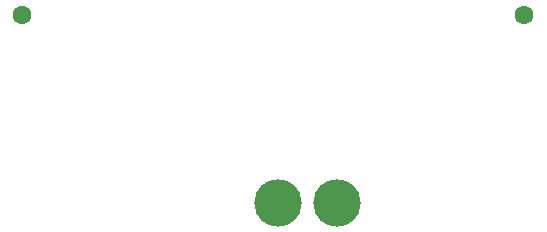
<source format=gbs>
G04 Layer_Color=16711935*
%FSAX24Y24*%
%MOIN*%
G70*
G01*
G75*
%ADD43C,0.0630*%
%ADD83C,0.1580*%
D43*
X012402Y019685D02*
D03*
X029134D02*
D03*
D83*
X022878Y013430D02*
D03*
X020910D02*
D03*
M02*

</source>
